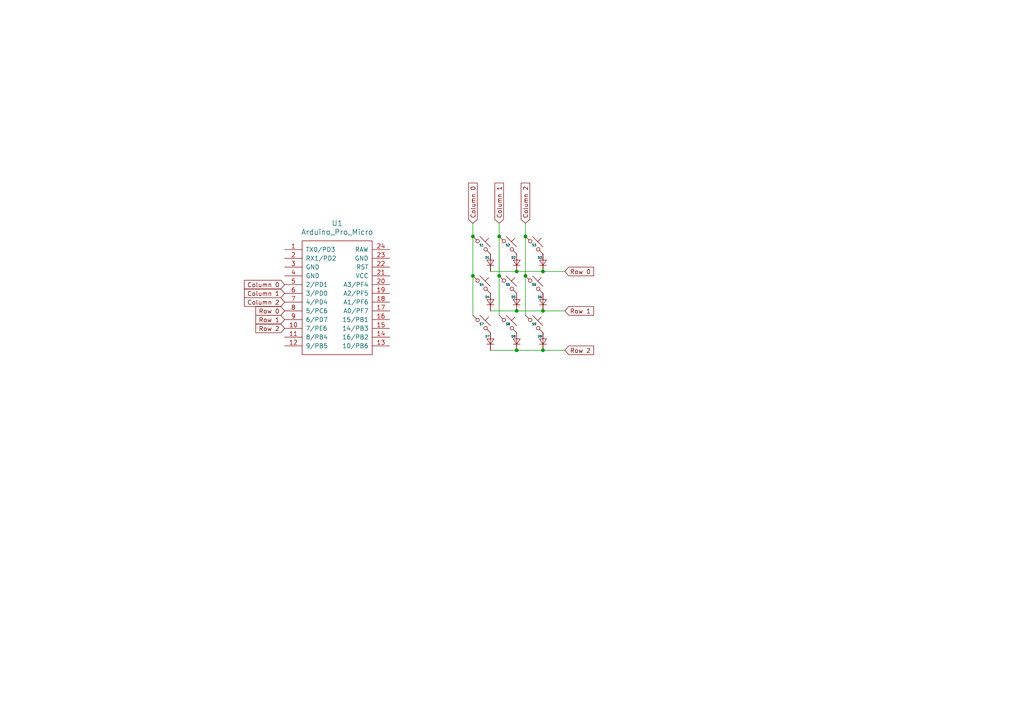
<source format=kicad_sch>
(kicad_sch (version 20250114) (generator "eeschema") (generator_version "9.0")
  (paper "A4")
  (lib_symbols
    (symbol "ScottoKeebs:MCU_Arduino_Pro_Micro" (pin_names (offset 1.016))
      (property "Reference" "U" (at 0 0 0))
      (property "Value" "Arduino_Pro_Micro" (at 0 -19.05 0))
      (symbol "MCU_Arduino_Pro_Micro_0_1"
        (rectangle (start -10.16 16.51) (end 10.16 -16.51))
      )
      (symbol "MCU_Arduino_Pro_Micro_1_1"
        (pin input line (at -15.24 13.97 0) (length 5.08) (name "TX0/PD3") (number "1"))
        (pin input line (at -15.24 11.43 0) (length 5.08) (name "RX1/PD2") (number "2"))
        (pin input line (at -15.24 8.89 0) (length 5.08) (name "GND") (number "3"))
        (pin input line (at -15.24 6.35 0) (length 5.08) (name "GND") (number "4"))
        (pin input line (at -15.24 3.81 0) (length 5.08) (name "2/PD1") (number "5"))
        (pin input line (at -15.24 1.27 0) (length 5.08) (name "3/PD0") (number "6"))
        (pin input line (at -15.24 -1.27 0) (length 5.08) (name "4/PD4") (number "7"))
        (pin input line (at -15.24 -3.81 0) (length 5.08) (name "5/PC6") (number "8"))
        (pin input line (at -15.24 -6.35 0) (length 5.08) (name "6/PD7") (number "9"))
        (pin input line (at -15.24 -8.89 0) (length 5.08) (name "7/PE6") (number "10"))
        (pin input line (at -15.24 -11.43 0) (length 5.08) (name "8/PB4") (number "11"))
        (pin input line (at -15.24 -13.97 0) (length 5.08) (name "9/PB5") (number "12"))
        (pin input line (at 15.24 13.97 180) (length 5.08) (name "RAW") (number "24"))
        (pin input line (at 15.24 11.43 180) (length 5.08) (name "GND") (number "23"))
        (pin input line (at 15.24 8.89 180) (length 5.08) (name "RST") (number "22"))
        (pin input line (at 15.24 6.35 180) (length 5.08) (name "VCC") (number "21"))
        (pin input line (at 15.24 3.81 180) (length 5.08) (name "A3/PF4") (number "20"))
        (pin input line (at 15.24 1.27 180) (length 5.08) (name "A2/PF5") (number "19"))
        (pin input line (at 15.24 -1.27 180) (length 5.08) (name "A1/PF6") (number "18"))
        (pin input line (at 15.24 -3.81 180) (length 5.08) (name "A0/PF7") (number "17"))
        (pin input line (at 15.24 -6.35 180) (length 5.08) (name "15/PB1") (number "16"))
        (pin input line (at 15.24 -8.89 180) (length 5.08) (name "14/PB3") (number "15"))
        (pin input line (at 15.24 -11.43 180) (length 5.08) (name "16/PB2") (number "14"))
        (pin input line (at 15.24 -13.97 180) (length 5.08) (name "10/PB6") (number "13"))
      )
    )
    (symbol "ScottoKeebs:Placeholder_Diode" (pin_numbers (hide yes)) (pin_names (hide yes))
      (property "Reference" "D" (at -0.15 1.066 0))
      (symbol "Placeholder_Diode_0_1"
        (polyline (pts (xy 0 -0.762) (xy 0 0.762)))
      )
      (symbol "Placeholder_Diode_1_1"
        (polyline (pts (xy 1.016 0.762) (xy 0 -0.762) (xy -1.016 0.762) (xy 1.016 0.762)) (stroke (width 0.1524)))
        (polyline (pts (xy 1.016 -0.762) (xy -1.016 -0.762)) (stroke (width 0.1524)))
        (pin passive line (at 0 2.54 270) (length 1.778) (name "A") (number "2"))
        (pin passive line (at 0 -2.54 90) (length 1.778) (name "K") (number "1"))
      )
    )
    (symbol "ScottoKeebs:Placeholder_Keyswitch" (pin_numbers (hide yes)) (pin_names (offset 1.016) (hide yes))
      (property "Reference" "S" (at 0 0 0))
      (symbol "Placeholder_Keyswitch_0_1"
        (polyline (pts (xy -2.54 2.54) (xy -1.524 1.524) (xy -1.524 1.524)))
        (circle (center -1.1684 1.1684) (radius 0.508))
        (polyline (pts (xy -0.508 2.54) (xy 2.54 -0.508)))
        (polyline (pts (xy 1.016 1.016) (xy 2.032 2.032)))
        (circle (center 1.143 -1.1938) (radius 0.508))
        (polyline (pts (xy 1.524 -1.524) (xy 2.54 -2.54) (xy 2.54 -2.54) (xy 2.54 -2.54)))
        (pin passive line (at -2.54 2.54 0) (length 0) (name "1") (number "1"))
        (pin passive line (at 2.54 -2.54 180) (length 0) (name "2") (number "2"))
      )
    )
  )
  (junction (at 137.16 68.58))
  (junction (at 149.86 78.74))
  (junction (at 149.86 90.17))
  (junction (at 157.48 90.17))
  (junction (at 137.16 80.01))
  (junction (at 144.78 68.58))
  (junction (at 144.78 80.01))
  (junction (at 149.86 101.6))
  (junction (at 157.48 78.74))
  (junction (at 152.4 80.01))
  (junction (at 152.4 68.58))
  (junction (at 157.48 101.6))
  (wire (pts (xy 137.16 68.58) (xy 137.16 80.01)))
  (wire (pts (xy 142.24 101.6) (xy 149.86 101.6)))
  (wire (pts (xy 152.4 64.77) (xy 152.4 68.58)))
  (wire (pts (xy 163.83 101.6) (xy 157.48 101.6)))
  (wire (pts (xy 152.4 80.01) (xy 152.4 91.44)))
  (wire (pts (xy 149.86 90.17) (xy 157.48 90.17)))
  (wire (pts (xy 137.16 80.01) (xy 137.16 91.44)))
  (wire (pts (xy 142.24 90.17) (xy 149.86 90.17)))
  (wire (pts (xy 149.86 78.74) (xy 157.48 78.74)))
  (wire (pts (xy 163.83 90.17) (xy 157.48 90.17)))
  (wire (pts (xy 152.4 68.58) (xy 152.4 80.01)))
  (wire (pts (xy 163.83 78.74) (xy 157.48 78.74)))
  (wire (pts (xy 144.78 68.58) (xy 144.78 80.01)))
  (wire (pts (xy 137.16 64.77) (xy 137.16 68.58)))
  (wire (pts (xy 144.78 64.77) (xy 144.78 68.58)))
  (wire (pts (xy 149.86 101.6) (xy 157.48 101.6)))
  (wire (pts (xy 144.78 80.01) (xy 144.78 91.44)))
  (wire (pts (xy 142.24 78.74) (xy 149.86 78.74)))
  (global_label "Column 0" (shape input) (at 137.16 64.77 90) (property "Intersheetrefs" "${INTERSHEET_REFS}" (effects (hide yes))))
  (global_label "Column 1" (shape input) (at 144.78 64.77 90) (property "Intersheetrefs" "${INTERSHEET_REFS}" (effects (hide yes))))
  (global_label "Row 0" (shape input) (at 82.55 90.17 180) (property "Intersheetrefs" "${INTERSHEET_REFS}" (effects (hide yes))))
  (global_label "Column 1" (shape input) (at 82.55 85.09 180) (property "Intersheetrefs" "${INTERSHEET_REFS}" (effects (hide yes))))
  (global_label "Row 1" (shape input) (at 82.55 92.71 180) (property "Intersheetrefs" "${INTERSHEET_REFS}" (effects (hide yes))))
  (global_label "Column 2" (shape input) (at 82.55 87.63 180) (property "Intersheetrefs" "${INTERSHEET_REFS}" (effects (hide yes))))
  (global_label "Row 2" (shape input) (at 82.55 95.25 180) (property "Intersheetrefs" "${INTERSHEET_REFS}" (effects (hide yes))))
  (global_label "Column 2" (shape input) (at 152.4 64.77 90) (property "Intersheetrefs" "${INTERSHEET_REFS}" (effects (hide yes))))
  (global_label "Row 0" (shape input) (at 163.83 78.74 0) (property "Intersheetrefs" "${INTERSHEET_REFS}" (effects (hide yes))))
  (global_label "Row 2" (shape input) (at 163.83 101.6 0) (property "Intersheetrefs" "${INTERSHEET_REFS}" (effects (hide yes))))
  (global_label "Row 1" (shape input) (at 163.83 90.17 0) (property "Intersheetrefs" "${INTERSHEET_REFS}" (effects (hide yes))))
  (global_label "Column 0" (shape input) (at 82.55 82.55 180) (property "Intersheetrefs" "${INTERSHEET_REFS}" (effects (hide yes))))
  (symbol (lib_id "ScottoKeebs:Placeholder_Diode") (at 142.24 99.06 0) (unit 1)
    (property "Reference" "D7" (at 142.09 97.994 0) (effects (font (size 0.635 0.635) (thickness 0.127) (bold yes)) (justify right bottom)))
    (property "Footprint" "ScottoKeebs_Components:Diode_DO-35" (effects (hide yes)))
  )
  (symbol (lib_id "ScottoKeebs:Placeholder_Keyswitch") (at 154.94 71.12 0) (unit 1)
    (property "Reference" "S3" (at 154.94 71.12 0) (effects (font (size 0.635 0.635) (thickness 0.127) (bold yes))))
    (property "Footprint" "ScottoKeebs_MX:MX_PCB_1.00u" (effects (hide yes)))
  )
  (symbol (lib_id "ScottoKeebs:Placeholder_Keyswitch") (at 139.7 71.12 0) (unit 1)
    (property "Reference" "S1" (at 139.7 71.12 0) (effects (font (size 0.635 0.635) (thickness 0.127) (bold yes))))
    (property "Footprint" "ScottoKeebs_MX:MX_PCB_1.00u" (effects (hide yes)))
  )
  (symbol (lib_id "ScottoKeebs:Placeholder_Keyswitch") (at 147.32 82.55 0) (unit 1)
    (property "Reference" "S5" (at 147.32 82.55 0) (effects (font (size 0.635 0.635) (thickness 0.127) (bold yes))))
    (property "Footprint" "ScottoKeebs_MX:MX_PCB_1.00u" (effects (hide yes)))
  )
  (symbol (lib_id "ScottoKeebs:Placeholder_Keyswitch") (at 154.94 93.98 0) (unit 1)
    (property "Reference" "S9" (at 154.94 93.98 0) (effects (font (size 0.635 0.635) (thickness 0.127) (bold yes))))
    (property "Footprint" "ScottoKeebs_MX:MX_PCB_1.00u" (effects (hide yes)))
  )
  (symbol (lib_id "ScottoKeebs:Placeholder_Keyswitch") (at 147.32 71.12 0) (unit 1)
    (property "Reference" "S2" (at 147.32 71.12 0) (effects (font (size 0.635 0.635) (thickness 0.127) (bold yes))))
    (property "Footprint" "ScottoKeebs_MX:MX_PCB_1.00u" (effects (hide yes)))
  )
  (symbol (lib_id "ScottoKeebs:Placeholder_Diode") (at 157.48 76.2 0) (unit 1)
    (property "Reference" "D3" (at 157.33 75.134 0) (effects (font (size 0.635 0.635) (thickness 0.127) (bold yes)) (justify right bottom)))
    (property "Footprint" "ScottoKeebs_Components:Diode_DO-35" (effects (hide yes)))
  )
  (symbol (lib_id "ScottoKeebs:Placeholder_Keyswitch") (at 139.7 82.55 0) (unit 1)
    (property "Reference" "S4" (at 139.7 82.55 0) (effects (font (size 0.635 0.635) (thickness 0.127) (bold yes))))
    (property "Footprint" "ScottoKeebs_MX:MX_PCB_1.00u" (effects (hide yes)))
  )
  (symbol (lib_id "ScottoKeebs:Placeholder_Diode") (at 157.48 99.06 0) (unit 1)
    (property "Reference" "D9" (at 157.33 97.994 0) (effects (font (size 0.635 0.635) (thickness 0.127) (bold yes)) (justify right bottom)))
    (property "Footprint" "ScottoKeebs_Components:Diode_DO-35" (effects (hide yes)))
  )
  (symbol (lib_id "ScottoKeebs:Placeholder_Keyswitch") (at 139.7 93.98 0) (unit 1)
    (property "Reference" "S7" (at 139.7 93.98 0) (effects (font (size 0.635 0.635) (thickness 0.127) (bold yes))))
    (property "Footprint" "ScottoKeebs_MX:MX_PCB_1.00u" (effects (hide yes)))
  )
  (symbol (lib_id "ScottoKeebs:Placeholder_Keyswitch") (at 154.94 82.55 0) (unit 1)
    (property "Reference" "S6" (at 154.94 82.55 0) (effects (font (size 0.635 0.635) (thickness 0.127) (bold yes))))
    (property "Footprint" "ScottoKeebs_MX:MX_PCB_1.00u" (effects (hide yes)))
  )
  (symbol (lib_id "ScottoKeebs:Placeholder_Diode") (at 149.86 99.06 0) (unit 1)
    (property "Reference" "D8" (at 149.71 97.994 0) (effects (font (size 0.635 0.635) (thickness 0.127) (bold yes)) (justify right bottom)))
    (property "Footprint" "ScottoKeebs_Components:Diode_DO-35" (effects (hide yes)))
  )
  (symbol (lib_id "ScottoKeebs:Placeholder_Diode") (at 149.86 87.63 0) (unit 1)
    (property "Reference" "D5" (at 149.71 86.564 0) (effects (font (size 0.635 0.635) (thickness 0.127) (bold yes)) (justify right bottom)))
    (property "Footprint" "ScottoKeebs_Components:Diode_DO-35" (effects (hide yes)))
  )
  (symbol (lib_id "ScottoKeebs:Placeholder_Diode") (at 142.24 87.63 0) (unit 1)
    (property "Reference" "D4" (at 142.09 86.564 0) (effects (font (size 0.635 0.635) (thickness 0.127) (bold yes)) (justify right bottom)))
    (property "Footprint" "ScottoKeebs_Components:Diode_DO-35" (effects (hide yes)))
  )
  (symbol (lib_id "ScottoKeebs:Placeholder_Diode") (at 142.24 76.2 0) (unit 1)
    (property "Reference" "D1" (at 142.09 75.134 0) (effects (font (size 0.635 0.635) (thickness 0.127) (bold yes)) (justify right bottom)))
    (property "Footprint" "ScottoKeebs_Components:Diode_DO-35" (effects (hide yes)))
  )
  (symbol (lib_id "ScottoKeebs:Placeholder_Keyswitch") (at 147.32 93.98 0) (unit 1)
    (property "Reference" "S8" (at 147.32 93.98 0) (effects (font (size 0.635 0.635) (thickness 0.127) (bold yes))))
    (property "Footprint" "ScottoKeebs_MX:MX_PCB_1.00u" (effects (hide yes)))
  )
  (symbol (lib_id "ScottoKeebs:MCU_Arduino_Pro_Micro") (at 97.79 86.36 0) (unit 1)
    (property "Reference" "U1" (at 97.79 64.77 0) (effects (font (size 1.524 1.524))))
    (property "Value" "Arduino_Pro_Micro" (at 97.79 67.31 0) (effects (font (size 1.524 1.524))))
    (property "Footprint" "ScottoKeebs_MCU:Arduino_Pro_Micro" (effects (hide yes)))
  )
  (symbol (lib_id "ScottoKeebs:Placeholder_Diode") (at 157.48 87.63 0) (unit 1)
    (property "Reference" "D6" (at 157.33 86.564 0) (effects (font (size 0.635 0.635) (thickness 0.127) (bold yes)) (justify right bottom)))
    (property "Footprint" "ScottoKeebs_Components:Diode_DO-35" (effects (hide yes)))
  )
  (symbol (lib_id "ScottoKeebs:Placeholder_Diode") (at 149.86 76.2 0) (unit 1)
    (property "Reference" "D2" (at 149.71 75.134 0) (effects (font (size 0.635 0.635) (thickness 0.127) (bold yes)) (justify right bottom)))
    (property "Footprint" "ScottoKeebs_Components:Diode_DO-35" (effects (hide yes)))
  )
)
</source>
